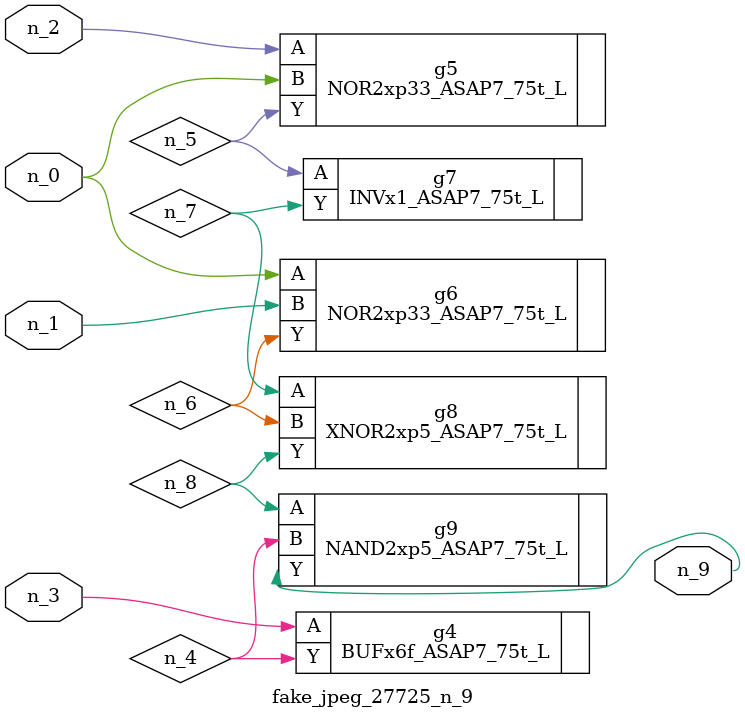
<source format=v>
module fake_jpeg_27725_n_9 (n_0, n_3, n_2, n_1, n_9);

input n_0;
input n_3;
input n_2;
input n_1;

output n_9;

wire n_4;
wire n_8;
wire n_6;
wire n_5;
wire n_7;

BUFx6f_ASAP7_75t_L g4 ( 
.A(n_3),
.Y(n_4)
);

NOR2xp33_ASAP7_75t_L g5 ( 
.A(n_2),
.B(n_0),
.Y(n_5)
);

NOR2xp33_ASAP7_75t_L g6 ( 
.A(n_0),
.B(n_1),
.Y(n_6)
);

INVx1_ASAP7_75t_L g7 ( 
.A(n_5),
.Y(n_7)
);

XNOR2xp5_ASAP7_75t_L g8 ( 
.A(n_7),
.B(n_6),
.Y(n_8)
);

NAND2xp5_ASAP7_75t_L g9 ( 
.A(n_8),
.B(n_4),
.Y(n_9)
);


endmodule
</source>
